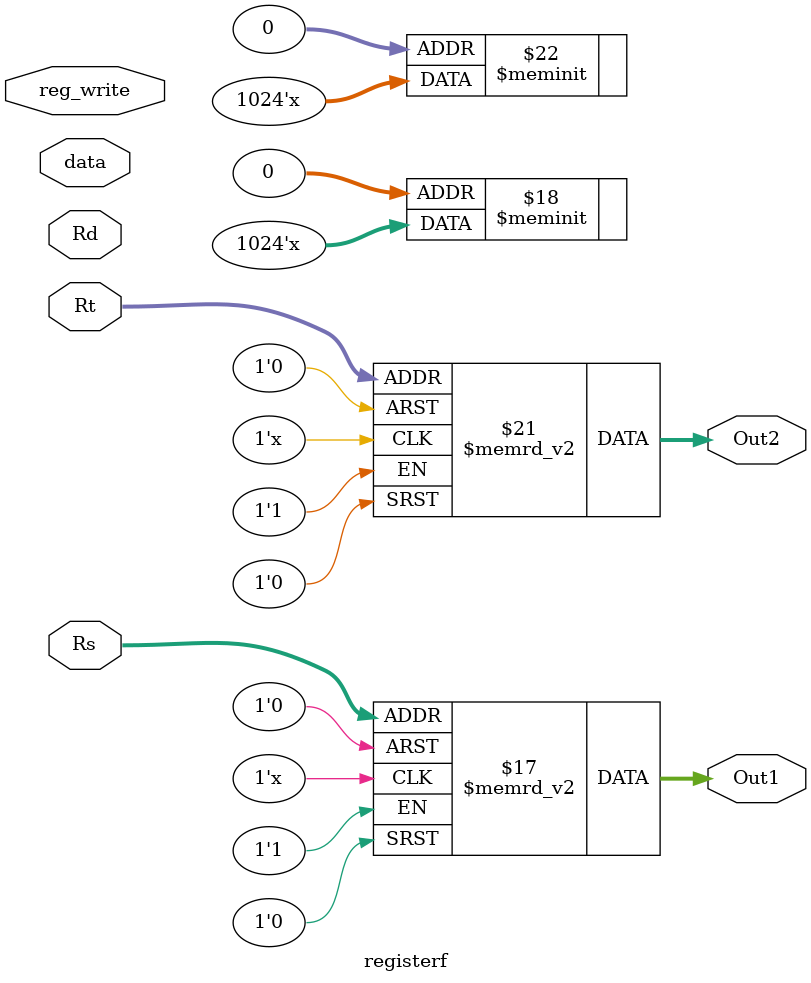
<source format=v>
module registerf(reg_write, data, Rd, Rs, Rt, Out1, Out2);
input reg_write;
  input [31:0] data;
  input [4:0] Rd, Rs, Rt;
  output reg[31:0] Out1, Out2;
  reg [31:0] register [0:31];
  
  
  always @(reg_write) begin
    if (reg_write)
      register[Rd] <= data;
  
  Out1 = register[Rs];
  Out2 = register[Rt];
 
    end 
endmodule
</source>
